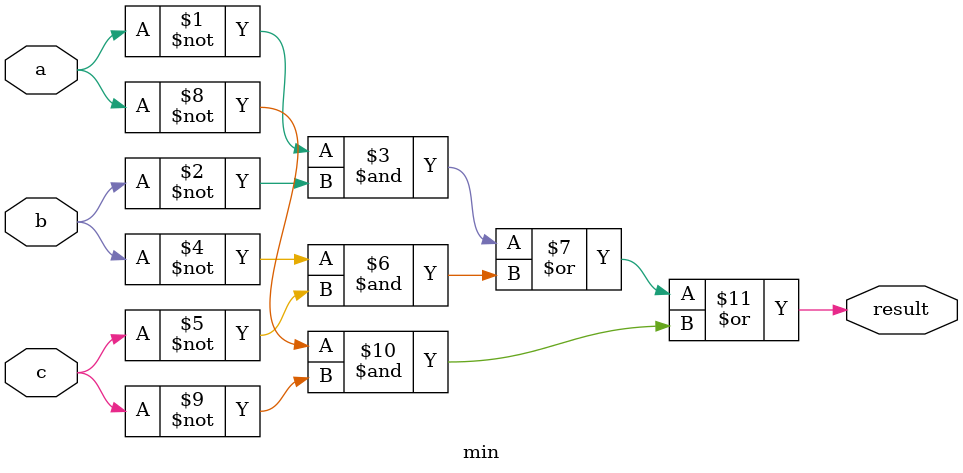
<source format=v>
`timescale 1ns / 1ps
module min(
    input wire a,
    input wire b,
    input wire c,
    output wire result
);
    assign result = (~a & ~b) | (~b & ~c) | (~a & ~c);
endmodule
</source>
